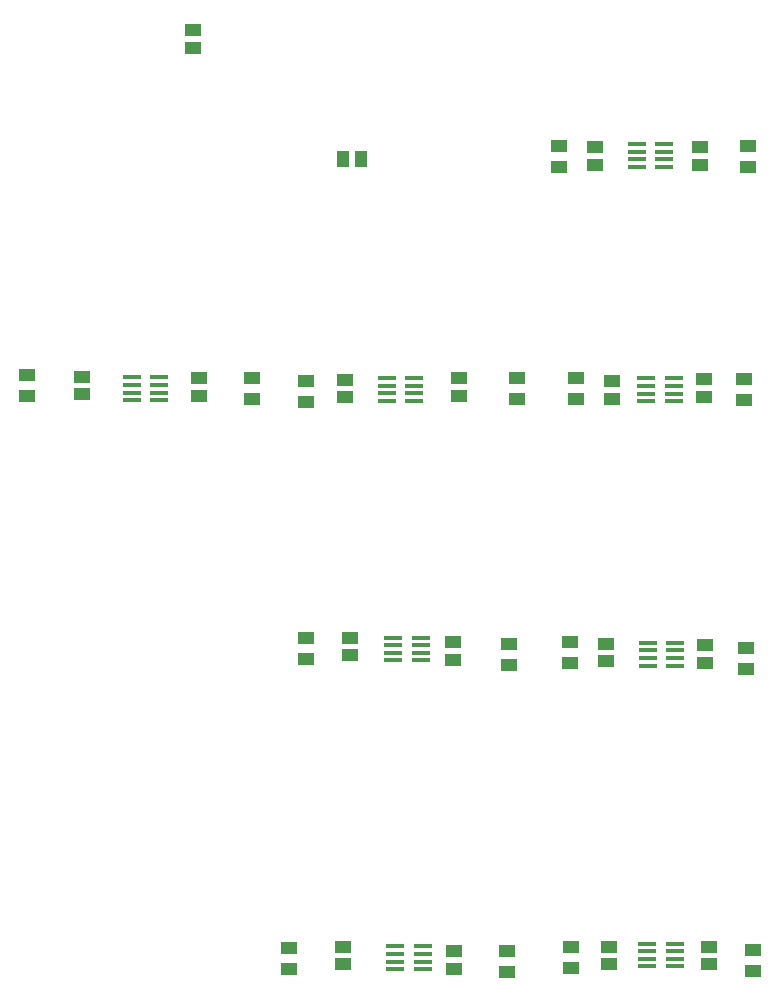
<source format=gtp>
G04*
G04 #@! TF.GenerationSoftware,Altium Limited,Altium Designer,19.1.5 (86)*
G04*
G04 Layer_Color=8421504*
%FSLAX25Y25*%
%MOIN*%
G70*
G01*
G75*
%ADD18R,0.06000X0.01700*%
%ADD19R,0.05512X0.04331*%
%ADD20R,0.05500X0.04000*%
%ADD21R,0.04331X0.05512*%
D18*
X221800Y92000D02*
D03*
Y89500D02*
D03*
Y86900D02*
D03*
Y84400D02*
D03*
X231000D02*
D03*
Y86900D02*
D03*
Y89500D02*
D03*
Y92000D02*
D03*
X137800Y91100D02*
D03*
Y88600D02*
D03*
Y86000D02*
D03*
Y83500D02*
D03*
X147000D02*
D03*
Y86000D02*
D03*
Y88600D02*
D03*
Y91100D02*
D03*
X137100Y194000D02*
D03*
Y191500D02*
D03*
Y188900D02*
D03*
Y186400D02*
D03*
X146300D02*
D03*
Y188900D02*
D03*
Y191500D02*
D03*
Y194000D02*
D03*
X222000Y192300D02*
D03*
Y189800D02*
D03*
Y187200D02*
D03*
Y184700D02*
D03*
X231200D02*
D03*
Y187200D02*
D03*
Y189800D02*
D03*
Y192300D02*
D03*
X49900Y280800D02*
D03*
Y278300D02*
D03*
Y275700D02*
D03*
Y273200D02*
D03*
X59100D02*
D03*
Y275700D02*
D03*
Y278300D02*
D03*
Y280800D02*
D03*
X135000Y280500D02*
D03*
Y278000D02*
D03*
Y275400D02*
D03*
Y272900D02*
D03*
X144200D02*
D03*
Y275400D02*
D03*
Y278000D02*
D03*
Y280500D02*
D03*
X221500Y280450D02*
D03*
Y277950D02*
D03*
Y275350D02*
D03*
Y272850D02*
D03*
X230700D02*
D03*
Y275350D02*
D03*
Y277950D02*
D03*
Y280450D02*
D03*
X218300Y358500D02*
D03*
Y356000D02*
D03*
Y353400D02*
D03*
Y350900D02*
D03*
X227500D02*
D03*
Y353400D02*
D03*
Y356000D02*
D03*
Y358500D02*
D03*
D19*
X208100Y191953D02*
D03*
Y186047D02*
D03*
X210100Y279603D02*
D03*
Y273697D02*
D03*
X121000Y279953D02*
D03*
Y274047D02*
D03*
X72500Y280453D02*
D03*
Y274547D02*
D03*
X70500Y396406D02*
D03*
Y390500D02*
D03*
X209000Y90953D02*
D03*
Y85047D02*
D03*
X204500Y357453D02*
D03*
Y351547D02*
D03*
X242500Y90953D02*
D03*
Y85047D02*
D03*
X241100Y191406D02*
D03*
Y185500D02*
D03*
X240600Y280103D02*
D03*
Y274197D02*
D03*
X239500Y357406D02*
D03*
Y351500D02*
D03*
X33500Y280953D02*
D03*
Y275047D02*
D03*
X120500Y90953D02*
D03*
Y85047D02*
D03*
X122600Y193953D02*
D03*
Y188047D02*
D03*
X157500Y89453D02*
D03*
Y83547D02*
D03*
X157100Y192453D02*
D03*
Y186547D02*
D03*
X159000Y280453D02*
D03*
Y274547D02*
D03*
D20*
X108000Y272500D02*
D03*
Y279500D02*
D03*
X196500Y84000D02*
D03*
Y91000D02*
D03*
X196100Y185500D02*
D03*
Y192500D02*
D03*
X198100Y273650D02*
D03*
Y280650D02*
D03*
X192500Y351000D02*
D03*
Y358000D02*
D03*
X257000Y83000D02*
D03*
Y90000D02*
D03*
X254600Y183500D02*
D03*
Y190500D02*
D03*
X254100Y273150D02*
D03*
Y280150D02*
D03*
X255500Y351000D02*
D03*
Y358000D02*
D03*
X15000Y274500D02*
D03*
Y281500D02*
D03*
X102500Y83500D02*
D03*
Y90500D02*
D03*
X108100Y187000D02*
D03*
Y194000D02*
D03*
X90000Y273500D02*
D03*
Y280500D02*
D03*
X175000Y82500D02*
D03*
Y89500D02*
D03*
X175600Y185000D02*
D03*
Y192000D02*
D03*
X178500Y273500D02*
D03*
Y280500D02*
D03*
D21*
X126453Y353500D02*
D03*
X120547D02*
D03*
M02*

</source>
